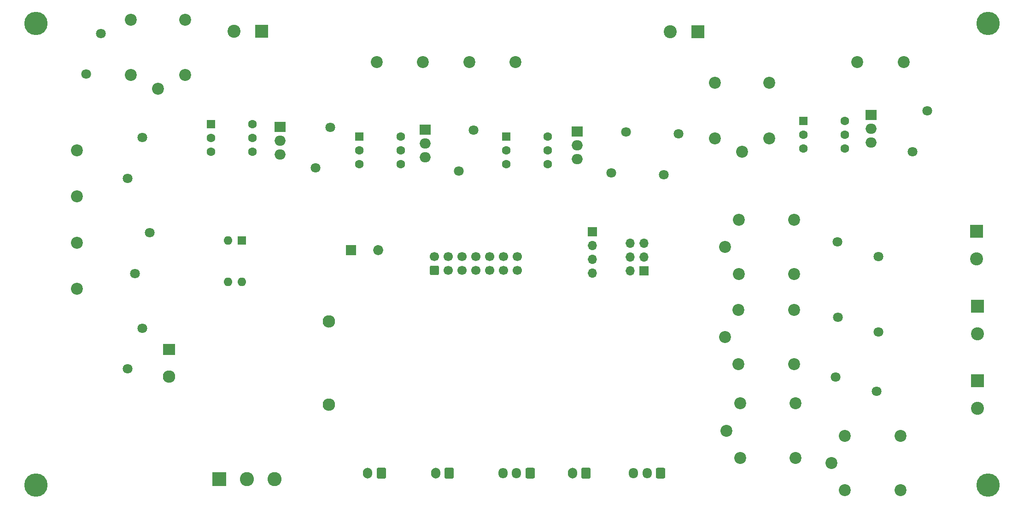
<source format=gbr>
G04 #@! TF.GenerationSoftware,KiCad,Pcbnew,(6.0.2)*
G04 #@! TF.CreationDate,2022-03-03T13:43:38+03:00*
G04 #@! TF.ProjectId,Steel_form_Dish_washer PART 1,53746565-6c5f-4666-9f72-6d5f44697368,rev?*
G04 #@! TF.SameCoordinates,Original*
G04 #@! TF.FileFunction,Soldermask,Bot*
G04 #@! TF.FilePolarity,Negative*
%FSLAX46Y46*%
G04 Gerber Fmt 4.6, Leading zero omitted, Abs format (unit mm)*
G04 Created by KiCad (PCBNEW (6.0.2)) date 2022-03-03 13:43:38*
%MOMM*%
%LPD*%
G01*
G04 APERTURE LIST*
G04 Aperture macros list*
%AMRoundRect*
0 Rectangle with rounded corners*
0 $1 Rounding radius*
0 $2 $3 $4 $5 $6 $7 $8 $9 X,Y pos of 4 corners*
0 Add a 4 corners polygon primitive as box body*
4,1,4,$2,$3,$4,$5,$6,$7,$8,$9,$2,$3,0*
0 Add four circle primitives for the rounded corners*
1,1,$1+$1,$2,$3*
1,1,$1+$1,$4,$5*
1,1,$1+$1,$6,$7*
1,1,$1+$1,$8,$9*
0 Add four rect primitives between the rounded corners*
20,1,$1+$1,$2,$3,$4,$5,0*
20,1,$1+$1,$4,$5,$6,$7,0*
20,1,$1+$1,$6,$7,$8,$9,0*
20,1,$1+$1,$8,$9,$2,$3,0*%
G04 Aperture macros list end*
%ADD10R,2.400000X2.400000*%
%ADD11C,2.400000*%
%ADD12C,1.800000*%
%ADD13C,2.200000*%
%ADD14R,1.700000X1.700000*%
%ADD15O,1.700000X1.700000*%
%ADD16R,1.600000X1.600000*%
%ADD17C,1.600000*%
%ADD18RoundRect,0.250000X0.600000X-0.600000X0.600000X0.600000X-0.600000X0.600000X-0.600000X-0.600000X0*%
%ADD19C,1.700000*%
%ADD20R,2.000000X1.905000*%
%ADD21O,2.000000X1.905000*%
%ADD22RoundRect,0.250000X0.600000X0.750000X-0.600000X0.750000X-0.600000X-0.750000X0.600000X-0.750000X0*%
%ADD23O,1.700000X2.000000*%
%ADD24R,2.300000X2.000000*%
%ADD25C,2.300000*%
%ADD26O,1.600000X1.600000*%
%ADD27RoundRect,0.250000X0.600000X0.725000X-0.600000X0.725000X-0.600000X-0.725000X0.600000X-0.725000X0*%
%ADD28O,1.700000X1.950000*%
%ADD29C,4.300000*%
%ADD30R,1.850000X1.850000*%
%ADD31C,1.850000*%
%ADD32R,2.600000X2.600000*%
%ADD33C,2.600000*%
G04 APERTURE END LIST*
D10*
X300550000Y-100965000D03*
D11*
X300550000Y-106045000D03*
D12*
X245750000Y-83050000D03*
X243050000Y-90550000D03*
D13*
X256825000Y-125500000D03*
X256825000Y-115500000D03*
X267025000Y-125500000D03*
X254325000Y-120500000D03*
X267025000Y-115500000D03*
D12*
X282550000Y-119550000D03*
X275050000Y-116850000D03*
D14*
X229955000Y-101040000D03*
D15*
X229955000Y-103580000D03*
X229955000Y-106120000D03*
X229955000Y-108660000D03*
D10*
X169135000Y-64150000D03*
D11*
X164055000Y-64150000D03*
D12*
X145850000Y-108750000D03*
X148550000Y-101250000D03*
D16*
X268690000Y-80695000D03*
D17*
X268690000Y-83235000D03*
X268690000Y-85775000D03*
X276310000Y-85775000D03*
X276310000Y-83235000D03*
X276310000Y-80695000D03*
D13*
X155100000Y-72250000D03*
X145100000Y-72250000D03*
X155100000Y-62050000D03*
X150100000Y-74750000D03*
X145100000Y-62050000D03*
D12*
X236100000Y-82700000D03*
X233400000Y-90200000D03*
D18*
X200880000Y-108202500D03*
D19*
X200880000Y-105662500D03*
X203420000Y-108202500D03*
X203420000Y-105662500D03*
X205960000Y-108202500D03*
X205960000Y-105662500D03*
X208500000Y-108202500D03*
X208500000Y-105662500D03*
X211040000Y-108202500D03*
X211040000Y-105662500D03*
X213580000Y-108202500D03*
X213580000Y-105662500D03*
X216120000Y-108202500D03*
X216120000Y-105662500D03*
D20*
X281150000Y-79560000D03*
D21*
X281150000Y-82100000D03*
X281150000Y-84640000D03*
D22*
X203650000Y-145567500D03*
D23*
X201150000Y-145567500D03*
D24*
X152137500Y-122750000D03*
D25*
X152137500Y-127750000D03*
X181537500Y-117550000D03*
X181537500Y-132950000D03*
D10*
X300700000Y-128500000D03*
D11*
X300700000Y-133580000D03*
D22*
X228800000Y-145517500D03*
D23*
X226300000Y-145517500D03*
D16*
X165550000Y-102700000D03*
D26*
X163010000Y-102700000D03*
X163010000Y-110320000D03*
X165550000Y-110320000D03*
D13*
X262500000Y-83875000D03*
X252500000Y-83875000D03*
X262500000Y-73675000D03*
X257500000Y-86375000D03*
X252500000Y-73675000D03*
D12*
X282170000Y-130500000D03*
X274670000Y-127800000D03*
X139625000Y-64550000D03*
X136925000Y-72050000D03*
D20*
X227165000Y-82605000D03*
D21*
X227165000Y-85145000D03*
X227165000Y-87685000D03*
D12*
X181800000Y-81840000D03*
X179100000Y-89340000D03*
D13*
X256850000Y-108900000D03*
X256850000Y-98900000D03*
X267050000Y-108900000D03*
X254350000Y-103900000D03*
X267050000Y-98900000D03*
D12*
X147200000Y-83750000D03*
X144500000Y-91250000D03*
D27*
X218500000Y-145517500D03*
D28*
X216000000Y-145517500D03*
X213500000Y-145517500D03*
D13*
X276350000Y-148700000D03*
X276350000Y-138700000D03*
X286550000Y-148700000D03*
X273850000Y-143700000D03*
X286550000Y-138700000D03*
D16*
X159850000Y-81240000D03*
D17*
X159850000Y-83780000D03*
X159850000Y-86320000D03*
X167470000Y-86320000D03*
X167470000Y-83780000D03*
X167470000Y-81240000D03*
D13*
X287150000Y-69800000D03*
X278650000Y-69800000D03*
D20*
X172555000Y-81800000D03*
D21*
X172555000Y-84340000D03*
X172555000Y-86880000D03*
D29*
X302700000Y-62750000D03*
D12*
X291500000Y-78850000D03*
X288800000Y-86350000D03*
D14*
X239425000Y-108275000D03*
D15*
X236885000Y-108275000D03*
X239425000Y-105735000D03*
X236885000Y-105735000D03*
X239425000Y-103195000D03*
X236885000Y-103195000D03*
D16*
X187140000Y-83525000D03*
D17*
X187140000Y-86065000D03*
X187140000Y-88605000D03*
X194760000Y-88605000D03*
X194760000Y-86065000D03*
X194760000Y-83525000D03*
D13*
X257125000Y-142700000D03*
X257125000Y-132700000D03*
X267325000Y-142700000D03*
X254625000Y-137700000D03*
X267325000Y-132700000D03*
D29*
X127700000Y-147750000D03*
D10*
X300700000Y-114815000D03*
D11*
X300700000Y-119895000D03*
D29*
X302700000Y-147750000D03*
X127700000Y-62750000D03*
D22*
X191150000Y-145517500D03*
D23*
X188650000Y-145517500D03*
D13*
X215800000Y-69850000D03*
X207300000Y-69850000D03*
X198800000Y-69850000D03*
X190300000Y-69850000D03*
D27*
X242500000Y-145517500D03*
D28*
X240000000Y-145517500D03*
X237500000Y-145517500D03*
D12*
X282520000Y-105650000D03*
X275020000Y-102950000D03*
D30*
X185550000Y-104450000D03*
D31*
X190550000Y-104450000D03*
D12*
X147250000Y-118850000D03*
X144550000Y-126350000D03*
D13*
X135200000Y-86100000D03*
X135200000Y-94600000D03*
X135200000Y-103100000D03*
X135200000Y-111600000D03*
D12*
X208100000Y-82410000D03*
X205400000Y-89910000D03*
D16*
X214150000Y-83570000D03*
D17*
X214150000Y-86110000D03*
X214150000Y-88650000D03*
X221770000Y-88650000D03*
X221770000Y-86110000D03*
X221770000Y-83570000D03*
D20*
X199200000Y-82310000D03*
D21*
X199200000Y-84850000D03*
X199200000Y-87390000D03*
D10*
X249335000Y-64250000D03*
D11*
X244255000Y-64250000D03*
D32*
X161400000Y-146650000D03*
D33*
X166480000Y-146650000D03*
X171560000Y-146650000D03*
M02*

</source>
